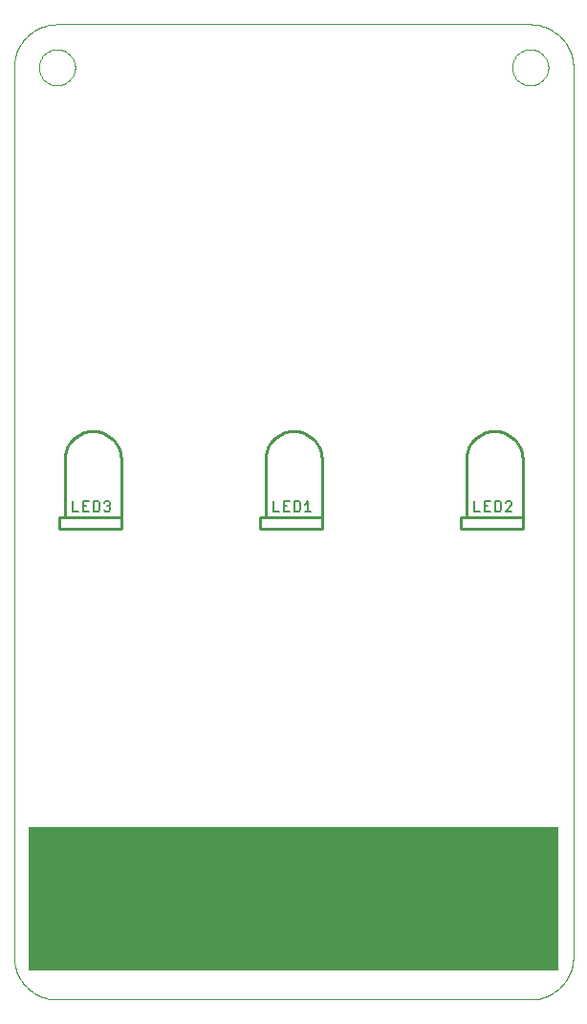
<source format=gto>
G75*
G70*
%OFA0B0*%
%FSLAX24Y24*%
%IPPOS*%
%LPD*%
%AMOC8*
5,1,8,0,0,1.08239X$1,22.5*
%
%ADD10C,0.0000*%
%ADD11R,1.8500X0.5000*%
%ADD12C,0.0100*%
%ADD13C,0.0060*%
%ADD14R,1.8218X0.0036*%
%ADD15R,1.8218X0.0036*%
%ADD16R,1.8218X0.0036*%
%ADD17R,0.0218X0.0036*%
%ADD18R,0.0218X0.0036*%
%ADD19R,0.0218X0.0036*%
%ADD20R,0.0145X0.0036*%
%ADD21R,0.0400X0.0036*%
%ADD22R,0.0146X0.0036*%
%ADD23R,0.0473X0.0036*%
%ADD24R,0.0509X0.0036*%
%ADD25R,0.0509X0.0036*%
%ADD26R,0.0510X0.0036*%
%ADD27R,0.0546X0.0036*%
%ADD28R,0.0727X0.0036*%
%ADD29R,0.0472X0.0036*%
%ADD30R,0.0727X0.0036*%
%ADD31R,0.0473X0.0036*%
%ADD32R,0.0509X0.0036*%
%ADD33R,0.0654X0.0036*%
%ADD34R,0.0509X0.0036*%
%ADD35R,0.0510X0.0036*%
%ADD36R,0.0546X0.0036*%
%ADD37R,0.0946X0.0036*%
%ADD38R,0.0945X0.0036*%
%ADD39R,0.0473X0.0036*%
%ADD40R,0.0546X0.0036*%
%ADD41R,0.0509X0.0036*%
%ADD42R,0.0728X0.0036*%
%ADD43R,0.0545X0.0036*%
%ADD44R,0.0510X0.0036*%
%ADD45R,0.1091X0.0036*%
%ADD46R,0.0727X0.0036*%
%ADD47R,0.1091X0.0036*%
%ADD48R,0.0546X0.0036*%
%ADD49R,0.0836X0.0036*%
%ADD50R,0.0545X0.0036*%
%ADD51R,0.1164X0.0036*%
%ADD52R,0.0837X0.0036*%
%ADD53R,0.0546X0.0036*%
%ADD54R,0.0909X0.0036*%
%ADD55R,0.0545X0.0036*%
%ADD56R,0.1273X0.0036*%
%ADD57R,0.0618X0.0036*%
%ADD58R,0.0982X0.0036*%
%ADD59R,0.1382X0.0036*%
%ADD60R,0.0509X0.0036*%
%ADD61R,0.0618X0.0036*%
%ADD62R,0.1018X0.0036*%
%ADD63R,0.1418X0.0036*%
%ADD64R,0.1019X0.0036*%
%ADD65R,0.1419X0.0036*%
%ADD66R,0.0618X0.0036*%
%ADD67R,0.1600X0.0036*%
%ADD68R,0.1418X0.0036*%
%ADD69R,0.1418X0.0036*%
%ADD70R,0.0691X0.0036*%
%ADD71R,0.1600X0.0036*%
%ADD72R,0.1454X0.0036*%
%ADD73R,0.1454X0.0036*%
%ADD74R,0.0691X0.0036*%
%ADD75R,0.1600X0.0036*%
%ADD76R,0.0691X0.0036*%
%ADD77R,0.0691X0.0036*%
%ADD78R,0.0582X0.0036*%
%ADD79R,0.0764X0.0036*%
%ADD80R,0.0327X0.0036*%
%ADD81R,0.0582X0.0036*%
%ADD82R,0.0764X0.0036*%
%ADD83R,0.0327X0.0036*%
%ADD84R,0.0581X0.0036*%
%ADD85R,0.0655X0.0036*%
%ADD86R,0.0254X0.0036*%
%ADD87R,0.0654X0.0036*%
%ADD88R,0.0254X0.0036*%
%ADD89R,0.0764X0.0036*%
%ADD90R,0.0582X0.0036*%
%ADD91R,0.0145X0.0036*%
%ADD92R,0.0582X0.0036*%
%ADD93R,0.0764X0.0036*%
%ADD94R,0.0109X0.0036*%
%ADD95R,0.0473X0.0036*%
%ADD96R,0.0836X0.0036*%
%ADD97R,0.0473X0.0036*%
%ADD98R,0.0836X0.0036*%
%ADD99R,0.0619X0.0036*%
%ADD100R,0.0655X0.0036*%
%ADD101R,0.0691X0.0036*%
%ADD102R,0.0436X0.0036*%
%ADD103R,0.0400X0.0036*%
%ADD104R,0.1273X0.0036*%
%ADD105R,0.0436X0.0036*%
%ADD106R,0.0581X0.0036*%
%ADD107R,0.1237X0.0036*%
%ADD108R,0.1673X0.0036*%
%ADD109R,0.1237X0.0036*%
%ADD110R,0.1673X0.0036*%
%ADD111R,0.0800X0.0036*%
%ADD112R,0.1200X0.0036*%
%ADD113R,0.0436X0.0036*%
%ADD114R,0.1164X0.0036*%
%ADD115R,0.1418X0.0036*%
%ADD116R,0.0473X0.0036*%
%ADD117R,0.1382X0.0036*%
%ADD118R,0.1164X0.0036*%
%ADD119R,0.1673X0.0036*%
%ADD120R,0.1309X0.0036*%
%ADD121R,0.1128X0.0036*%
%ADD122R,0.1309X0.0036*%
%ADD123R,0.0472X0.0036*%
%ADD124R,0.0437X0.0036*%
%ADD125R,0.1236X0.0036*%
%ADD126R,0.1128X0.0036*%
%ADD127R,0.1236X0.0036*%
%ADD128R,0.0472X0.0036*%
%ADD129R,0.0437X0.0036*%
%ADD130R,0.1164X0.0036*%
%ADD131R,0.0400X0.0036*%
%ADD132R,0.1055X0.0036*%
%ADD133R,0.1091X0.0036*%
%ADD134R,0.1054X0.0036*%
%ADD135R,0.0436X0.0036*%
%ADD136R,0.0873X0.0036*%
%ADD137R,0.1055X0.0036*%
%ADD138R,0.1273X0.0036*%
%ADD139R,0.0873X0.0036*%
%ADD140R,0.0655X0.0036*%
%ADD141R,0.0654X0.0036*%
%ADD142R,0.0437X0.0036*%
%ADD143R,0.0037X0.0036*%
%ADD144R,0.0472X0.0036*%
%ADD145R,0.0036X0.0036*%
%ADD146R,0.0110X0.0036*%
%ADD147R,0.0109X0.0036*%
%ADD148R,0.0654X0.0036*%
%ADD149R,0.0182X0.0036*%
%ADD150R,0.0728X0.0036*%
%ADD151R,0.0182X0.0036*%
%ADD152R,0.0727X0.0036*%
%ADD153R,0.0291X0.0036*%
%ADD154R,0.0546X0.0036*%
%ADD155R,0.0800X0.0036*%
%ADD156R,0.1127X0.0036*%
%ADD157R,0.0619X0.0036*%
%ADD158R,0.1127X0.0036*%
%ADD159R,0.1455X0.0036*%
%ADD160R,0.1418X0.0036*%
%ADD161R,0.1128X0.0036*%
%ADD162R,0.1127X0.0036*%
%ADD163R,0.1454X0.0036*%
%ADD164R,0.1345X0.0036*%
%ADD165R,0.0436X0.0036*%
%ADD166R,0.1454X0.0036*%
%ADD167R,0.1273X0.0036*%
%ADD168R,0.0436X0.0036*%
%ADD169R,0.0582X0.0036*%
%ADD170R,0.0582X0.0036*%
%ADD171R,0.1273X0.0036*%
%ADD172R,0.1346X0.0036*%
%ADD173R,0.1164X0.0036*%
%ADD174R,0.1236X0.0036*%
%ADD175R,0.1091X0.0036*%
%ADD176R,0.1091X0.0036*%
%ADD177R,0.0073X0.0036*%
%ADD178R,0.0946X0.0036*%
%ADD179R,0.1127X0.0036*%
%ADD180R,0.1018X0.0036*%
%ADD181R,0.0073X0.0036*%
%ADD182R,0.0873X0.0036*%
%ADD183R,0.0872X0.0036*%
%ADD184R,0.0036X0.0036*%
%ADD185R,0.0036X0.0036*%
%ADD186R,0.0072X0.0036*%
%ADD187R,0.0037X0.0036*%
%ADD188R,0.0909X0.0036*%
%ADD189R,0.0909X0.0036*%
%ADD190R,0.0873X0.0036*%
%ADD191R,0.0581X0.0036*%
%ADD192R,0.0364X0.0036*%
%ADD193R,0.0364X0.0036*%
%ADD194R,0.0728X0.0036*%
%ADD195R,0.0036X0.0036*%
%ADD196R,0.0145X0.0036*%
%ADD197R,0.0037X0.0036*%
%ADD198R,0.0909X0.0036*%
%ADD199R,0.0909X0.0036*%
%ADD200R,0.0255X0.0036*%
%ADD201R,0.0036X0.0036*%
%ADD202R,0.0909X0.0036*%
%ADD203R,0.0146X0.0036*%
%ADD204R,0.0146X0.0036*%
%ADD205R,0.0073X0.0036*%
%ADD206R,0.0073X0.0036*%
%ADD207R,0.0073X0.0036*%
%ADD208R,0.0837X0.0036*%
%ADD209R,0.0800X0.0036*%
%ADD210R,0.0764X0.0036*%
%ADD211R,0.0764X0.0036*%
%ADD212R,0.0727X0.0036*%
%ADD213R,0.0728X0.0036*%
%ADD214R,0.0654X0.0036*%
%ADD215R,0.0472X0.0036*%
%ADD216R,0.0763X0.0036*%
%ADD217R,0.0728X0.0036*%
%ADD218R,0.1200X0.0036*%
%ADD219R,0.0836X0.0036*%
%ADD220R,0.1309X0.0036*%
%ADD221R,0.0982X0.0036*%
%ADD222R,0.0981X0.0036*%
%ADD223R,0.1491X0.0036*%
%ADD224R,0.1564X0.0036*%
%ADD225R,0.1564X0.0036*%
%ADD226R,0.1564X0.0036*%
%ADD227R,0.0618X0.0036*%
%ADD228R,0.1636X0.0036*%
%ADD229R,0.0618X0.0036*%
%ADD230R,0.1709X0.0036*%
%ADD231R,0.1564X0.0036*%
%ADD232R,0.0690X0.0036*%
%ADD233R,0.0728X0.0036*%
%ADD234R,0.0619X0.0036*%
%ADD235R,0.0364X0.0036*%
%ADD236R,0.0327X0.0036*%
%ADD237R,0.0364X0.0036*%
%ADD238R,0.0872X0.0036*%
%ADD239R,0.0327X0.0036*%
%ADD240R,0.0363X0.0036*%
%ADD241R,0.0363X0.0036*%
%ADD242R,0.1382X0.0036*%
%ADD243R,0.1346X0.0036*%
%ADD244R,0.0328X0.0036*%
%ADD245R,0.1346X0.0036*%
%ADD246R,0.0328X0.0036*%
%ADD247R,0.0364X0.0036*%
%ADD248R,0.1200X0.0036*%
%ADD249R,0.0328X0.0036*%
%ADD250R,0.0364X0.0036*%
%ADD251R,0.0946X0.0036*%
%ADD252R,0.0691X0.0036*%
%ADD253R,0.0072X0.0036*%
%ADD254R,0.0363X0.0036*%
%ADD255R,0.2982X0.0036*%
%ADD256R,0.2437X0.0036*%
%ADD257R,0.2437X0.0036*%
%ADD258R,0.2437X0.0036*%
%ADD259R,0.1345X0.0036*%
%ADD260R,0.1346X0.0036*%
%ADD261R,0.1018X0.0036*%
%ADD262R,0.1309X0.0036*%
%ADD263R,0.1309X0.0036*%
%ADD264R,0.0982X0.0036*%
%ADD265R,0.1236X0.0036*%
%ADD266R,0.1127X0.0036*%
%ADD267R,0.0837X0.0036*%
%ADD268R,0.0763X0.0036*%
%ADD269R,0.0255X0.0036*%
%ADD270R,0.1709X0.0036*%
%ADD271R,0.1636X0.0036*%
%ADD272R,0.1564X0.0036*%
%ADD273R,0.0182X0.0036*%
%ADD274R,0.0291X0.0036*%
%ADD275R,0.0291X0.0036*%
%ADD276R,0.0290X0.0036*%
%ADD277R,0.0291X0.0036*%
%ADD278R,0.0290X0.0036*%
%ADD279R,0.0291X0.0036*%
%ADD280R,0.0946X0.0036*%
%ADD281R,0.0327X0.0036*%
%ADD282R,0.0290X0.0036*%
%ADD283R,0.0291X0.0036*%
%ADD284R,0.0255X0.0036*%
%ADD285R,0.1019X0.0036*%
%ADD286R,0.0146X0.0036*%
%ADD287R,0.0945X0.0036*%
%ADD288R,0.0254X0.0036*%
%ADD289R,0.0254X0.0036*%
%ADD290R,0.0109X0.0036*%
%ADD291R,0.0328X0.0036*%
%ADD292R,0.1128X0.0036*%
%ADD293R,0.1128X0.0036*%
%ADD294R,0.1128X0.0036*%
D10*
X000655Y002155D02*
X000655Y033155D01*
X001525Y033155D02*
X001527Y033205D01*
X001533Y033255D01*
X001543Y033304D01*
X001557Y033352D01*
X001574Y033399D01*
X001595Y033444D01*
X001620Y033488D01*
X001648Y033529D01*
X001680Y033568D01*
X001714Y033605D01*
X001751Y033639D01*
X001791Y033669D01*
X001833Y033696D01*
X001877Y033720D01*
X001923Y033741D01*
X001970Y033757D01*
X002018Y033770D01*
X002068Y033779D01*
X002117Y033784D01*
X002168Y033785D01*
X002218Y033782D01*
X002267Y033775D01*
X002316Y033764D01*
X002364Y033749D01*
X002410Y033731D01*
X002455Y033709D01*
X002498Y033683D01*
X002539Y033654D01*
X002578Y033622D01*
X002614Y033587D01*
X002646Y033549D01*
X002676Y033509D01*
X002703Y033466D01*
X002726Y033422D01*
X002745Y033376D01*
X002761Y033328D01*
X002773Y033279D01*
X002781Y033230D01*
X002785Y033180D01*
X002785Y033130D01*
X002781Y033080D01*
X002773Y033031D01*
X002761Y032982D01*
X002745Y032934D01*
X002726Y032888D01*
X002703Y032844D01*
X002676Y032801D01*
X002646Y032761D01*
X002614Y032723D01*
X002578Y032688D01*
X002539Y032656D01*
X002498Y032627D01*
X002455Y032601D01*
X002410Y032579D01*
X002364Y032561D01*
X002316Y032546D01*
X002267Y032535D01*
X002218Y032528D01*
X002168Y032525D01*
X002117Y032526D01*
X002068Y032531D01*
X002018Y032540D01*
X001970Y032553D01*
X001923Y032569D01*
X001877Y032590D01*
X001833Y032614D01*
X001791Y032641D01*
X001751Y032671D01*
X001714Y032705D01*
X001680Y032742D01*
X001648Y032781D01*
X001620Y032822D01*
X001595Y032866D01*
X001574Y032911D01*
X001557Y032958D01*
X001543Y033006D01*
X001533Y033055D01*
X001527Y033105D01*
X001525Y033155D01*
X000655Y033155D02*
X000657Y033231D01*
X000663Y033307D01*
X000672Y033382D01*
X000686Y033457D01*
X000703Y033531D01*
X000724Y033604D01*
X000748Y033676D01*
X000777Y033747D01*
X000808Y033816D01*
X000843Y033883D01*
X000882Y033948D01*
X000924Y034012D01*
X000969Y034073D01*
X001017Y034132D01*
X001068Y034188D01*
X001122Y034242D01*
X001178Y034293D01*
X001237Y034341D01*
X001298Y034386D01*
X001362Y034428D01*
X001427Y034467D01*
X001494Y034502D01*
X001563Y034533D01*
X001634Y034562D01*
X001706Y034586D01*
X001779Y034607D01*
X001853Y034624D01*
X001928Y034638D01*
X002003Y034647D01*
X002079Y034653D01*
X002155Y034655D01*
X018655Y034655D01*
X018025Y033155D02*
X018027Y033205D01*
X018033Y033255D01*
X018043Y033304D01*
X018057Y033352D01*
X018074Y033399D01*
X018095Y033444D01*
X018120Y033488D01*
X018148Y033529D01*
X018180Y033568D01*
X018214Y033605D01*
X018251Y033639D01*
X018291Y033669D01*
X018333Y033696D01*
X018377Y033720D01*
X018423Y033741D01*
X018470Y033757D01*
X018518Y033770D01*
X018568Y033779D01*
X018617Y033784D01*
X018668Y033785D01*
X018718Y033782D01*
X018767Y033775D01*
X018816Y033764D01*
X018864Y033749D01*
X018910Y033731D01*
X018955Y033709D01*
X018998Y033683D01*
X019039Y033654D01*
X019078Y033622D01*
X019114Y033587D01*
X019146Y033549D01*
X019176Y033509D01*
X019203Y033466D01*
X019226Y033422D01*
X019245Y033376D01*
X019261Y033328D01*
X019273Y033279D01*
X019281Y033230D01*
X019285Y033180D01*
X019285Y033130D01*
X019281Y033080D01*
X019273Y033031D01*
X019261Y032982D01*
X019245Y032934D01*
X019226Y032888D01*
X019203Y032844D01*
X019176Y032801D01*
X019146Y032761D01*
X019114Y032723D01*
X019078Y032688D01*
X019039Y032656D01*
X018998Y032627D01*
X018955Y032601D01*
X018910Y032579D01*
X018864Y032561D01*
X018816Y032546D01*
X018767Y032535D01*
X018718Y032528D01*
X018668Y032525D01*
X018617Y032526D01*
X018568Y032531D01*
X018518Y032540D01*
X018470Y032553D01*
X018423Y032569D01*
X018377Y032590D01*
X018333Y032614D01*
X018291Y032641D01*
X018251Y032671D01*
X018214Y032705D01*
X018180Y032742D01*
X018148Y032781D01*
X018120Y032822D01*
X018095Y032866D01*
X018074Y032911D01*
X018057Y032958D01*
X018043Y033006D01*
X018033Y033055D01*
X018027Y033105D01*
X018025Y033155D01*
X018655Y034655D02*
X018731Y034653D01*
X018807Y034647D01*
X018882Y034638D01*
X018957Y034624D01*
X019031Y034607D01*
X019104Y034586D01*
X019176Y034562D01*
X019247Y034533D01*
X019316Y034502D01*
X019383Y034467D01*
X019448Y034428D01*
X019512Y034386D01*
X019573Y034341D01*
X019632Y034293D01*
X019688Y034242D01*
X019742Y034188D01*
X019793Y034132D01*
X019841Y034073D01*
X019886Y034012D01*
X019928Y033948D01*
X019967Y033883D01*
X020002Y033816D01*
X020033Y033747D01*
X020062Y033676D01*
X020086Y033604D01*
X020107Y033531D01*
X020124Y033457D01*
X020138Y033382D01*
X020147Y033307D01*
X020153Y033231D01*
X020155Y033155D01*
X020155Y002155D01*
X020153Y002079D01*
X020147Y002003D01*
X020138Y001928D01*
X020124Y001853D01*
X020107Y001779D01*
X020086Y001706D01*
X020062Y001634D01*
X020033Y001563D01*
X020002Y001494D01*
X019967Y001427D01*
X019928Y001362D01*
X019886Y001298D01*
X019841Y001237D01*
X019793Y001178D01*
X019742Y001122D01*
X019688Y001068D01*
X019632Y001017D01*
X019573Y000969D01*
X019512Y000924D01*
X019448Y000882D01*
X019383Y000843D01*
X019316Y000808D01*
X019247Y000777D01*
X019176Y000748D01*
X019104Y000724D01*
X019031Y000703D01*
X018957Y000686D01*
X018882Y000672D01*
X018807Y000663D01*
X018731Y000657D01*
X018655Y000655D01*
X002155Y000655D01*
X002079Y000657D01*
X002003Y000663D01*
X001928Y000672D01*
X001853Y000686D01*
X001779Y000703D01*
X001706Y000724D01*
X001634Y000748D01*
X001563Y000777D01*
X001494Y000808D01*
X001427Y000843D01*
X001362Y000882D01*
X001298Y000924D01*
X001237Y000969D01*
X001178Y001017D01*
X001122Y001068D01*
X001068Y001122D01*
X001017Y001178D01*
X000969Y001237D01*
X000924Y001298D01*
X000882Y001362D01*
X000843Y001427D01*
X000808Y001494D01*
X000777Y001563D01*
X000748Y001634D01*
X000724Y001706D01*
X000703Y001779D01*
X000686Y001853D01*
X000672Y001928D01*
X000663Y002003D01*
X000657Y002079D01*
X000655Y002155D01*
D11*
X010405Y004155D03*
D12*
X011389Y017086D02*
X009224Y017086D01*
X009224Y017480D01*
X009421Y017480D01*
X009421Y019488D01*
X009423Y019550D01*
X009429Y019611D01*
X009438Y019672D01*
X009452Y019733D01*
X009469Y019792D01*
X009490Y019850D01*
X009515Y019907D01*
X009543Y019962D01*
X009574Y020015D01*
X009609Y020066D01*
X009647Y020115D01*
X009688Y020162D01*
X009731Y020205D01*
X009778Y020246D01*
X009827Y020284D01*
X009878Y020319D01*
X009931Y020350D01*
X009986Y020378D01*
X010043Y020403D01*
X010101Y020424D01*
X010160Y020441D01*
X010221Y020455D01*
X010282Y020464D01*
X010343Y020470D01*
X010405Y020472D01*
X010467Y020470D01*
X010528Y020464D01*
X010589Y020455D01*
X010650Y020441D01*
X010709Y020424D01*
X010767Y020403D01*
X010824Y020378D01*
X010879Y020350D01*
X010932Y020319D01*
X010983Y020284D01*
X011032Y020246D01*
X011079Y020205D01*
X011122Y020162D01*
X011163Y020115D01*
X011201Y020066D01*
X011236Y020015D01*
X011267Y019962D01*
X011295Y019907D01*
X011320Y019850D01*
X011341Y019792D01*
X011358Y019733D01*
X011372Y019672D01*
X011381Y019611D01*
X011387Y019550D01*
X011389Y019488D01*
X011389Y017480D01*
X011389Y017086D01*
X011389Y017480D02*
X009421Y017480D01*
X004389Y017480D02*
X004389Y017086D01*
X002224Y017086D01*
X002224Y017480D01*
X002421Y017480D01*
X002421Y019488D01*
X002423Y019550D01*
X002429Y019611D01*
X002438Y019672D01*
X002452Y019733D01*
X002469Y019792D01*
X002490Y019850D01*
X002515Y019907D01*
X002543Y019962D01*
X002574Y020015D01*
X002609Y020066D01*
X002647Y020115D01*
X002688Y020162D01*
X002731Y020205D01*
X002778Y020246D01*
X002827Y020284D01*
X002878Y020319D01*
X002931Y020350D01*
X002986Y020378D01*
X003043Y020403D01*
X003101Y020424D01*
X003160Y020441D01*
X003221Y020455D01*
X003282Y020464D01*
X003343Y020470D01*
X003405Y020472D01*
X003467Y020470D01*
X003528Y020464D01*
X003589Y020455D01*
X003650Y020441D01*
X003709Y020424D01*
X003767Y020403D01*
X003824Y020378D01*
X003879Y020350D01*
X003932Y020319D01*
X003983Y020284D01*
X004032Y020246D01*
X004079Y020205D01*
X004122Y020162D01*
X004163Y020115D01*
X004201Y020066D01*
X004236Y020015D01*
X004267Y019962D01*
X004295Y019907D01*
X004320Y019850D01*
X004341Y019792D01*
X004358Y019733D01*
X004372Y019672D01*
X004381Y019611D01*
X004387Y019550D01*
X004389Y019488D01*
X004389Y017480D01*
X002421Y017480D01*
X016224Y017480D02*
X016224Y017086D01*
X018389Y017086D01*
X018389Y017480D01*
X018389Y019488D01*
X018387Y019550D01*
X018381Y019611D01*
X018372Y019672D01*
X018358Y019733D01*
X018341Y019792D01*
X018320Y019850D01*
X018295Y019907D01*
X018267Y019962D01*
X018236Y020015D01*
X018201Y020066D01*
X018163Y020115D01*
X018122Y020162D01*
X018079Y020205D01*
X018032Y020246D01*
X017983Y020284D01*
X017932Y020319D01*
X017879Y020350D01*
X017824Y020378D01*
X017767Y020403D01*
X017709Y020424D01*
X017650Y020441D01*
X017589Y020455D01*
X017528Y020464D01*
X017467Y020470D01*
X017405Y020472D01*
X017343Y020470D01*
X017282Y020464D01*
X017221Y020455D01*
X017160Y020441D01*
X017101Y020424D01*
X017043Y020403D01*
X016986Y020378D01*
X016931Y020350D01*
X016878Y020319D01*
X016827Y020284D01*
X016778Y020246D01*
X016731Y020205D01*
X016688Y020162D01*
X016647Y020115D01*
X016609Y020066D01*
X016574Y020015D01*
X016543Y019962D01*
X016515Y019907D01*
X016490Y019850D01*
X016469Y019792D01*
X016452Y019733D01*
X016438Y019672D01*
X016429Y019611D01*
X016423Y019550D01*
X016421Y019488D01*
X016421Y017480D01*
X018389Y017480D01*
X016421Y017480D02*
X016224Y017480D01*
D13*
X016685Y017685D02*
X016685Y018025D01*
X016685Y017685D02*
X016912Y017685D01*
X017053Y017685D02*
X017280Y017685D01*
X017422Y017685D02*
X017592Y017685D01*
X017649Y017742D01*
X017649Y017969D01*
X017592Y018025D01*
X017422Y018025D01*
X017422Y017685D01*
X017167Y017855D02*
X017053Y017855D01*
X017053Y018025D02*
X017053Y017685D01*
X017053Y018025D02*
X017280Y018025D01*
X017790Y017969D02*
X017847Y018025D01*
X017960Y018025D01*
X018017Y017969D01*
X018017Y017912D01*
X017790Y017685D01*
X018017Y017685D01*
X011017Y017685D02*
X010790Y017685D01*
X010903Y017685D02*
X010903Y018025D01*
X010790Y017912D01*
X010649Y017969D02*
X010592Y018025D01*
X010422Y018025D01*
X010422Y017685D01*
X010592Y017685D01*
X010649Y017742D01*
X010649Y017969D01*
X010280Y018025D02*
X010053Y018025D01*
X010053Y017685D01*
X010280Y017685D01*
X010167Y017855D02*
X010053Y017855D01*
X009912Y017685D02*
X009685Y017685D01*
X009685Y018025D01*
X004017Y017969D02*
X004017Y017912D01*
X003960Y017855D01*
X004017Y017799D01*
X004017Y017742D01*
X003960Y017685D01*
X003847Y017685D01*
X003790Y017742D01*
X003649Y017742D02*
X003649Y017969D01*
X003592Y018025D01*
X003422Y018025D01*
X003422Y017685D01*
X003592Y017685D01*
X003649Y017742D01*
X003790Y017969D02*
X003847Y018025D01*
X003960Y018025D01*
X004017Y017969D01*
X003960Y017855D02*
X003903Y017855D01*
X003280Y017685D02*
X003053Y017685D01*
X003053Y018025D01*
X003280Y018025D01*
X003167Y017855D02*
X003053Y017855D01*
X002912Y017685D02*
X002685Y017685D01*
X002685Y018025D01*
D14*
X010371Y015664D03*
X010371Y009264D03*
X010371Y009155D03*
D15*
X010371Y009191D03*
X010371Y009301D03*
X010371Y015701D03*
X010371Y015810D03*
D16*
X010371Y015773D03*
X010371Y015737D03*
X010371Y015628D03*
X010371Y009337D03*
X010371Y009228D03*
D17*
X007662Y007576D03*
X001371Y009373D03*
X001371Y009482D03*
X001371Y009628D03*
X001371Y009737D03*
X001371Y009773D03*
X001371Y009882D03*
X001371Y010028D03*
X001371Y010137D03*
X001371Y010173D03*
X001371Y010282D03*
X001371Y010428D03*
X001371Y010537D03*
X001371Y010573D03*
X001371Y010682D03*
X001371Y010828D03*
X001371Y010937D03*
X001371Y010973D03*
X001371Y011082D03*
X001371Y011228D03*
X001371Y011337D03*
X001371Y011373D03*
X001371Y011482D03*
X001371Y011628D03*
X001371Y011737D03*
X001371Y011773D03*
X001371Y011882D03*
X001371Y012028D03*
X001371Y012137D03*
X001371Y012173D03*
X001371Y012282D03*
X001371Y012428D03*
X001371Y012537D03*
X001371Y012573D03*
X001371Y012682D03*
X001371Y012828D03*
X001371Y012937D03*
X001371Y012973D03*
X001371Y013082D03*
X001371Y013228D03*
X001371Y013337D03*
X001371Y013373D03*
X001371Y013482D03*
X001371Y013628D03*
X001371Y013737D03*
X001371Y013773D03*
X001371Y013882D03*
X001371Y014028D03*
X001371Y014137D03*
X001371Y014173D03*
X001371Y014282D03*
X001371Y014428D03*
X001371Y014537D03*
X001371Y014573D03*
X001371Y014682D03*
X001371Y014828D03*
X001371Y014937D03*
X001371Y014973D03*
X001371Y015082D03*
X001371Y015228D03*
X001371Y015337D03*
X001371Y015373D03*
X001371Y015482D03*
X018753Y011628D03*
X019371Y011628D03*
X019371Y011737D03*
X019371Y011773D03*
X019371Y011882D03*
X019371Y012028D03*
X019371Y012137D03*
X019371Y012173D03*
X019371Y012282D03*
X019371Y012428D03*
X019371Y012537D03*
X019371Y012573D03*
X019371Y012682D03*
X019371Y012828D03*
X019371Y012937D03*
X019371Y012973D03*
X019371Y013082D03*
X019371Y013228D03*
X019371Y013337D03*
X019371Y013373D03*
X019371Y013482D03*
X019371Y013628D03*
X019371Y013737D03*
X019371Y013773D03*
X019371Y013882D03*
X019371Y014028D03*
X019371Y014137D03*
X019371Y014173D03*
X019371Y014282D03*
X019371Y014428D03*
X019371Y014537D03*
X019371Y014573D03*
X019371Y014682D03*
X019371Y014828D03*
X019371Y014937D03*
X019371Y014973D03*
X019371Y015082D03*
X019371Y015228D03*
X019371Y015337D03*
X019371Y015373D03*
X019371Y015482D03*
X019371Y011482D03*
X019371Y011373D03*
X019371Y011337D03*
X019371Y011228D03*
X019371Y011082D03*
X019371Y010973D03*
X019371Y010937D03*
X019371Y010828D03*
X019371Y010682D03*
X019371Y010573D03*
X019371Y010537D03*
X019371Y010428D03*
X019371Y010282D03*
X019371Y010173D03*
X019371Y010137D03*
X019371Y010028D03*
X019371Y009882D03*
X019371Y009773D03*
X019371Y009737D03*
X019371Y009628D03*
X019371Y009482D03*
X019371Y009373D03*
D18*
X019371Y009410D03*
X019371Y009519D03*
X019371Y009591D03*
X019371Y009701D03*
X019371Y009810D03*
X019371Y009919D03*
X019371Y009991D03*
X019371Y010101D03*
X019371Y010210D03*
X019371Y010319D03*
X019371Y010391D03*
X019371Y010501D03*
X019371Y010610D03*
X019371Y010719D03*
X019371Y010791D03*
X019371Y010901D03*
X019371Y011010D03*
X019371Y011119D03*
X019371Y011191D03*
X019371Y011301D03*
X019371Y011410D03*
X019371Y011519D03*
X019371Y011591D03*
X019371Y011701D03*
X019371Y011810D03*
X019371Y011919D03*
X019371Y011991D03*
X019371Y012101D03*
X019371Y012210D03*
X019371Y012319D03*
X019371Y012391D03*
X019371Y012501D03*
X019371Y012610D03*
X019371Y012719D03*
X019371Y012791D03*
X019371Y012901D03*
X019371Y013010D03*
X019371Y013119D03*
X019371Y013191D03*
X019371Y013301D03*
X019371Y013410D03*
X019371Y013519D03*
X019371Y013591D03*
X019371Y013701D03*
X019371Y013810D03*
X019371Y013919D03*
X019371Y013991D03*
X019371Y014101D03*
X019371Y014210D03*
X019371Y014319D03*
X019371Y014391D03*
X019371Y014501D03*
X019371Y014610D03*
X019371Y014719D03*
X019371Y014791D03*
X019371Y014901D03*
X019371Y015010D03*
X019371Y015119D03*
X019371Y015191D03*
X019371Y015301D03*
X019371Y015410D03*
X019371Y015519D03*
X019371Y015591D03*
X018753Y011301D03*
X001371Y011301D03*
X001371Y011410D03*
X001371Y011519D03*
X001371Y011591D03*
X001371Y011701D03*
X001371Y011810D03*
X001371Y011919D03*
X001371Y011991D03*
X001371Y012101D03*
X001371Y012210D03*
X001371Y012319D03*
X001371Y012391D03*
X001371Y012501D03*
X001371Y012610D03*
X001371Y012719D03*
X001371Y012791D03*
X001371Y012901D03*
X001371Y013010D03*
X001371Y013119D03*
X001371Y013191D03*
X001371Y013301D03*
X001371Y013410D03*
X001371Y013519D03*
X001371Y013591D03*
X001371Y013701D03*
X001371Y013810D03*
X001371Y013919D03*
X001371Y013991D03*
X001371Y014101D03*
X001371Y014210D03*
X001371Y014319D03*
X001371Y014391D03*
X001371Y014501D03*
X001371Y014610D03*
X001371Y014719D03*
X001371Y014791D03*
X001371Y014901D03*
X001371Y015010D03*
X001371Y015119D03*
X001371Y015191D03*
X001371Y015301D03*
X001371Y015410D03*
X001371Y015519D03*
X001371Y015591D03*
X001371Y011191D03*
X001371Y011119D03*
X001371Y011010D03*
X001371Y010901D03*
X001371Y010791D03*
X001371Y010719D03*
X001371Y010610D03*
X001371Y010501D03*
X001371Y010391D03*
X001371Y010319D03*
X001371Y010210D03*
X001371Y010101D03*
X001371Y009991D03*
X001371Y009919D03*
X001371Y009810D03*
X001371Y009701D03*
X001371Y009591D03*
X001371Y009519D03*
X001371Y009410D03*
D19*
X001371Y009446D03*
X001371Y009555D03*
X001371Y009664D03*
X001371Y009846D03*
X001371Y009955D03*
X001371Y010064D03*
X001371Y010246D03*
X001371Y010355D03*
X001371Y010464D03*
X001371Y010646D03*
X001371Y010755D03*
X001371Y010864D03*
X001371Y011046D03*
X001371Y011155D03*
X001371Y011264D03*
X001371Y011446D03*
X001371Y011555D03*
X001371Y011664D03*
X001371Y011846D03*
X001371Y011955D03*
X001371Y012064D03*
X001371Y012246D03*
X001371Y012355D03*
X001371Y012464D03*
X001371Y012646D03*
X001371Y012755D03*
X001371Y012864D03*
X001371Y013046D03*
X001371Y013155D03*
X001371Y013264D03*
X001371Y013446D03*
X001371Y013555D03*
X001371Y013664D03*
X001371Y013846D03*
X001371Y013955D03*
X001371Y014064D03*
X001371Y014246D03*
X001371Y014355D03*
X001371Y014464D03*
X001371Y014646D03*
X001371Y014755D03*
X001371Y014864D03*
X001371Y015046D03*
X001371Y015155D03*
X001371Y015264D03*
X001371Y015446D03*
X001371Y015555D03*
X019371Y015555D03*
X019371Y015446D03*
X019371Y015264D03*
X019371Y015155D03*
X019371Y015046D03*
X019371Y014864D03*
X019371Y014755D03*
X019371Y014646D03*
X019371Y014464D03*
X019371Y014355D03*
X019371Y014246D03*
X019371Y014064D03*
X019371Y013955D03*
X019371Y013846D03*
X019371Y013664D03*
X019371Y013555D03*
X019371Y013446D03*
X019371Y013264D03*
X019371Y013155D03*
X019371Y013046D03*
X019371Y012864D03*
X019371Y012755D03*
X019371Y012646D03*
X019371Y012464D03*
X019371Y012355D03*
X019371Y012246D03*
X019371Y012064D03*
X019371Y011955D03*
X019371Y011846D03*
X019371Y011664D03*
X019371Y011555D03*
X019371Y011446D03*
X019371Y011264D03*
X019371Y011155D03*
X019371Y011046D03*
X019371Y010864D03*
X019371Y010755D03*
X019371Y010646D03*
X019371Y010464D03*
X019371Y010355D03*
X019371Y010246D03*
X019371Y010064D03*
X019371Y009955D03*
X019371Y009846D03*
X019371Y009664D03*
X019371Y009555D03*
X019371Y009446D03*
D20*
X018753Y011482D03*
X005044Y009737D03*
D21*
X004916Y011082D03*
X003607Y011337D03*
X003425Y010682D03*
X003389Y010573D03*
X003389Y010537D03*
X003353Y010428D03*
X007753Y008085D03*
X008880Y009737D03*
X010080Y013482D03*
X010116Y013628D03*
X010153Y013737D03*
X010153Y013773D03*
X010189Y013882D03*
X010225Y014028D03*
X009607Y013773D03*
X009607Y013737D03*
X009644Y013628D03*
X009389Y014537D03*
X009389Y014573D03*
X013535Y011082D03*
X017789Y009737D03*
D22*
X013662Y009737D03*
D23*
X013426Y010282D03*
X014262Y012937D03*
X013935Y013882D03*
X013899Y014028D03*
X013862Y014137D03*
X013862Y014173D03*
X013826Y014282D03*
X015244Y014282D03*
X015244Y014173D03*
X015244Y014137D03*
X015244Y014028D03*
X015244Y013882D03*
X015244Y013773D03*
X015244Y013737D03*
X015244Y013628D03*
X015244Y013482D03*
X015244Y013373D03*
X015244Y013337D03*
X015244Y013228D03*
X015244Y013082D03*
X015244Y012973D03*
X015244Y012937D03*
X015244Y014428D03*
X016735Y011373D03*
X017899Y012937D03*
X017899Y012973D03*
X017899Y013082D03*
X017899Y013228D03*
X017899Y013337D03*
X017899Y013373D03*
X017899Y013482D03*
X017899Y013628D03*
X017899Y013737D03*
X017899Y013773D03*
X017899Y013882D03*
X018299Y010973D03*
X018299Y010937D03*
X018335Y010828D03*
X011826Y012973D03*
X010735Y013482D03*
X010335Y014428D03*
X008662Y013628D03*
X008626Y013737D03*
X008626Y013773D03*
X008517Y014137D03*
X008517Y014173D03*
X008444Y014428D03*
X007899Y012973D03*
X009426Y010828D03*
X010699Y011373D03*
X008299Y008376D03*
X005062Y009773D03*
X003099Y009773D03*
X002844Y010537D03*
X002844Y010573D03*
X002735Y010828D03*
X002735Y010937D03*
X002699Y010973D03*
X002662Y011082D03*
X002626Y011228D03*
X002117Y011228D03*
X002117Y011337D03*
X002117Y011373D03*
X002117Y011082D03*
X002117Y010973D03*
X002117Y010937D03*
X002117Y010828D03*
X002117Y010682D03*
X002117Y010573D03*
X002117Y010537D03*
X002117Y010428D03*
X002117Y010282D03*
X002117Y010173D03*
X002117Y010137D03*
X002117Y010028D03*
X002117Y009882D03*
X002117Y009773D03*
D24*
X004099Y009773D03*
X004099Y009882D03*
X004099Y010028D03*
X004099Y010137D03*
X004099Y010173D03*
X004099Y010282D03*
X004099Y010428D03*
X004099Y010537D03*
X004099Y010573D03*
X004099Y010682D03*
X004099Y010828D03*
X004099Y010937D03*
X004099Y010973D03*
X004099Y011082D03*
X004099Y011228D03*
X004099Y011337D03*
X004862Y010428D03*
X005917Y010428D03*
X005917Y010537D03*
X005917Y010573D03*
X005917Y010282D03*
X005917Y010937D03*
X005917Y010973D03*
X005917Y009882D03*
X007444Y010428D03*
X007517Y010282D03*
X007662Y010028D03*
X008244Y010428D03*
X008317Y010973D03*
X007917Y012937D03*
X007844Y014137D03*
X007844Y014173D03*
X008862Y012973D03*
X010062Y011482D03*
X010062Y011373D03*
X010062Y011337D03*
X010062Y011228D03*
X010062Y010828D03*
X010062Y010682D03*
X010062Y010573D03*
X010062Y010537D03*
X010062Y010428D03*
X010062Y010282D03*
X010062Y010173D03*
X010062Y010137D03*
X010062Y010028D03*
X010062Y009882D03*
X010062Y009773D03*
X011844Y012937D03*
X012062Y011628D03*
X012062Y011482D03*
X012062Y011373D03*
X012062Y011337D03*
X012062Y011228D03*
X012062Y010682D03*
X012062Y010573D03*
X012062Y010537D03*
X012062Y010428D03*
X012062Y010282D03*
X012062Y010173D03*
X012062Y010137D03*
X012062Y010028D03*
X012062Y009882D03*
X012062Y009773D03*
X010717Y013337D03*
X010717Y013373D03*
X015299Y012137D03*
X015299Y012028D03*
X015299Y011882D03*
X015299Y011773D03*
X015299Y011737D03*
X015299Y011482D03*
X015299Y011373D03*
X015299Y011337D03*
X015299Y011228D03*
X015299Y011082D03*
X015299Y010973D03*
X015299Y010937D03*
X015299Y010828D03*
X015299Y010682D03*
X015299Y010573D03*
X015299Y010537D03*
X015299Y010428D03*
X015299Y010282D03*
X015299Y010173D03*
X015299Y010137D03*
X015299Y010028D03*
X015299Y009882D03*
X015299Y009773D03*
X016099Y009773D03*
X016099Y009882D03*
X016099Y010028D03*
X016099Y010137D03*
X016099Y010173D03*
X016099Y010282D03*
X016099Y010428D03*
X016099Y010537D03*
X016099Y010573D03*
X016099Y010682D03*
X016099Y010828D03*
X016099Y011228D03*
X016099Y011337D03*
X016099Y011373D03*
X016099Y011482D03*
X016717Y011337D03*
X018244Y011082D03*
X018644Y012937D03*
X018644Y012973D03*
X018644Y013082D03*
X018644Y013228D03*
X018644Y013337D03*
X018644Y013373D03*
X018644Y013482D03*
X018644Y013628D03*
X018644Y013737D03*
X018644Y013773D03*
X018644Y013882D03*
X018644Y014028D03*
X018644Y014137D03*
X018644Y014173D03*
X018644Y014282D03*
X018644Y014428D03*
X018644Y014537D03*
X018644Y014573D03*
X018644Y014828D03*
X018644Y014937D03*
X018644Y014973D03*
X018644Y015082D03*
X018644Y015228D03*
X017662Y014573D03*
X005844Y014682D03*
X005844Y014828D03*
X005844Y014937D03*
X005844Y014973D03*
X005844Y015082D03*
X005844Y014173D03*
X005844Y014137D03*
X005844Y014028D03*
X005844Y013882D03*
X005844Y013773D03*
X005844Y013737D03*
X005844Y013628D03*
X005844Y013482D03*
X005844Y013373D03*
X004644Y013373D03*
X004644Y013482D03*
X004644Y013628D03*
X004644Y013737D03*
X004644Y013773D03*
X004644Y013882D03*
X004644Y014028D03*
X004644Y014137D03*
X004644Y014173D03*
X004644Y014682D03*
X004644Y014828D03*
X004644Y014937D03*
X004644Y014973D03*
X004644Y015082D03*
X003844Y014173D03*
X003844Y014137D03*
X003844Y014028D03*
D25*
X003808Y014282D03*
X003808Y013773D03*
X003808Y013737D03*
X003771Y013628D03*
X002171Y013737D03*
X002135Y013882D03*
X002135Y014028D03*
X002135Y014137D03*
X002135Y014173D03*
X002135Y014282D03*
X002171Y014428D03*
X002208Y014537D03*
X005953Y009773D03*
X006790Y013337D03*
X006790Y013373D03*
X008390Y014573D03*
X008426Y014537D03*
X009335Y011082D03*
X011771Y014137D03*
X011771Y014173D03*
X011808Y014028D03*
X011808Y013628D03*
X011808Y013482D03*
X011808Y013373D03*
X011808Y013082D03*
X014535Y010973D03*
X014535Y010937D03*
X014535Y010573D03*
X014535Y010537D03*
X014535Y010428D03*
X014535Y010282D03*
X014535Y009882D03*
X014571Y009773D03*
X016026Y012937D03*
X016026Y012973D03*
X016026Y013082D03*
X016026Y013228D03*
X016026Y013337D03*
X016026Y013373D03*
X016026Y013482D03*
X016026Y013628D03*
X016026Y013737D03*
X016026Y013773D03*
X016026Y013882D03*
X016026Y014028D03*
X016026Y014137D03*
X016026Y014173D03*
X016026Y014282D03*
X016026Y014428D03*
X016026Y014537D03*
X016026Y014573D03*
X016026Y014828D03*
X016026Y014937D03*
X016026Y014973D03*
X016026Y015082D03*
X016026Y015228D03*
X016826Y014028D03*
X017226Y010973D03*
X017153Y010428D03*
D26*
X017880Y014028D03*
X013480Y010428D03*
X010680Y011337D03*
X009880Y012937D03*
X009880Y012973D03*
X007880Y013082D03*
X007880Y013373D03*
X007880Y013482D03*
X007880Y013628D03*
X007880Y014028D03*
X006680Y012137D03*
X006680Y012028D03*
X006680Y011882D03*
X006680Y011773D03*
X006680Y011737D03*
X006680Y011628D03*
X006680Y011482D03*
X006680Y011373D03*
X006680Y011337D03*
X006680Y011228D03*
X006680Y011082D03*
X006680Y010973D03*
X006680Y010937D03*
X006680Y010173D03*
X006680Y010137D03*
X006680Y010028D03*
X006680Y009882D03*
X006680Y009773D03*
D27*
X007571Y010173D03*
X007789Y009773D03*
X008371Y011082D03*
X009389Y014282D03*
X003789Y014428D03*
X002189Y013628D03*
X017171Y010828D03*
X017789Y011482D03*
D28*
X016935Y014173D03*
X015117Y015082D03*
X013444Y015082D03*
X011699Y007976D03*
X011699Y007831D03*
X008899Y009773D03*
X008862Y013337D03*
X008862Y013373D03*
X006135Y012937D03*
X004935Y012937D03*
X002426Y014828D03*
X002244Y012028D03*
D29*
X002880Y010428D03*
X008480Y014282D03*
X008880Y012937D03*
X013680Y009773D03*
D30*
X011008Y012973D03*
X017808Y009773D03*
D31*
X018226Y010101D03*
X018335Y010791D03*
X017899Y012901D03*
X017899Y013010D03*
X017899Y013119D03*
X017899Y013191D03*
X017899Y013301D03*
X017899Y013410D03*
X017899Y013519D03*
X017899Y013591D03*
X017899Y013701D03*
X017899Y013810D03*
X017899Y013919D03*
X015244Y013919D03*
X015244Y013991D03*
X015244Y014101D03*
X015244Y014210D03*
X015244Y014319D03*
X015244Y014391D03*
X015244Y013810D03*
X015244Y013701D03*
X015244Y013591D03*
X015244Y013519D03*
X015244Y013410D03*
X015244Y013301D03*
X015244Y013191D03*
X015244Y013119D03*
X015244Y013010D03*
X015244Y012901D03*
X014262Y012901D03*
X013935Y013919D03*
X013899Y013991D03*
X013862Y014101D03*
X013426Y010319D03*
X010735Y013410D03*
X009862Y012901D03*
X008662Y013591D03*
X008626Y013701D03*
X007062Y012901D03*
X009426Y010791D03*
X009317Y010101D03*
X007826Y008049D03*
X003099Y009810D03*
X002844Y010501D03*
X002735Y010901D03*
X002699Y011010D03*
X002662Y011119D03*
X002117Y011119D03*
X002117Y011191D03*
X002117Y011301D03*
X002117Y011010D03*
X002117Y010901D03*
X002117Y010791D03*
X002117Y010719D03*
X002117Y010610D03*
X002117Y010501D03*
X002117Y010391D03*
X002117Y010319D03*
X002117Y010210D03*
X002117Y010101D03*
X002117Y009991D03*
X002117Y009919D03*
X002117Y009810D03*
D32*
X004099Y009810D03*
X004099Y009919D03*
X004099Y009991D03*
X004099Y010101D03*
X004099Y010210D03*
X004099Y010319D03*
X004099Y010391D03*
X004099Y010501D03*
X004099Y010610D03*
X004099Y010719D03*
X004099Y010791D03*
X004099Y010901D03*
X004099Y011010D03*
X004099Y011119D03*
X004099Y011191D03*
X004099Y011301D03*
X004644Y013410D03*
X004644Y013519D03*
X004644Y013591D03*
X004644Y013701D03*
X004644Y013810D03*
X004644Y013919D03*
X004644Y013991D03*
X004644Y014101D03*
X004644Y014610D03*
X004644Y014719D03*
X004644Y014791D03*
X004644Y014901D03*
X004644Y015010D03*
X004644Y015119D03*
X003844Y014210D03*
X003844Y014101D03*
X003844Y013991D03*
X003844Y013919D03*
X005844Y013919D03*
X005844Y013991D03*
X005844Y014101D03*
X005844Y013810D03*
X005844Y013701D03*
X005844Y013591D03*
X005844Y013519D03*
X005844Y013410D03*
X005844Y014610D03*
X005844Y014719D03*
X005844Y014791D03*
X005844Y014901D03*
X005844Y015010D03*
X005844Y015119D03*
X007917Y012901D03*
X008499Y014210D03*
X008462Y014319D03*
X008462Y014391D03*
X010062Y011410D03*
X010062Y011301D03*
X010062Y010791D03*
X010062Y010719D03*
X010062Y010610D03*
X010062Y010501D03*
X010062Y010391D03*
X010062Y010319D03*
X010062Y010210D03*
X010062Y010101D03*
X010062Y009991D03*
X010062Y009919D03*
X010062Y009810D03*
X008062Y007249D03*
X005917Y009919D03*
X005917Y009991D03*
X005917Y010319D03*
X005917Y010391D03*
X005917Y010501D03*
X005917Y010901D03*
X005917Y011010D03*
X011844Y012901D03*
X012062Y011701D03*
X012062Y011591D03*
X012062Y011519D03*
X012062Y011410D03*
X012062Y011301D03*
X012062Y011191D03*
X012062Y010610D03*
X012062Y010501D03*
X012062Y010391D03*
X012062Y010319D03*
X012062Y010210D03*
X012062Y010101D03*
X012062Y009991D03*
X012062Y009919D03*
X012062Y009810D03*
X013444Y010391D03*
X015299Y010391D03*
X015299Y010319D03*
X015299Y010210D03*
X015299Y010101D03*
X015299Y009991D03*
X015299Y009919D03*
X015299Y009810D03*
X015299Y010501D03*
X015299Y010610D03*
X015299Y010719D03*
X015299Y010791D03*
X015299Y010901D03*
X015299Y011010D03*
X015299Y011119D03*
X015299Y011191D03*
X015299Y011301D03*
X015299Y011410D03*
X015299Y011810D03*
X015299Y011919D03*
X015299Y011991D03*
X015299Y012101D03*
X016099Y011410D03*
X016099Y011301D03*
X016099Y010791D03*
X016099Y010719D03*
X016099Y010610D03*
X016099Y010501D03*
X016099Y010391D03*
X016099Y010319D03*
X016099Y010210D03*
X016099Y010101D03*
X016099Y009991D03*
X016099Y009919D03*
X016099Y009810D03*
X018644Y012901D03*
X018644Y013010D03*
X018644Y013119D03*
X018644Y013191D03*
X018644Y013301D03*
X018644Y013410D03*
X018644Y013519D03*
X018644Y013591D03*
X018644Y013701D03*
X018644Y013810D03*
X018644Y013919D03*
X018644Y013991D03*
X018644Y014101D03*
X018644Y014210D03*
X018644Y014319D03*
X018644Y014391D03*
X018644Y014501D03*
X018644Y014901D03*
X018644Y015010D03*
X018644Y015119D03*
X018644Y015191D03*
D33*
X013698Y009810D03*
X009880Y013191D03*
X005080Y009810D03*
D34*
X004826Y010391D03*
X005953Y009810D03*
X006826Y013519D03*
X008535Y014101D03*
X008426Y014501D03*
X010753Y013519D03*
X011808Y013519D03*
X011808Y013591D03*
X011808Y013701D03*
X011808Y013991D03*
X011808Y014101D03*
X011808Y013410D03*
X011808Y013010D03*
X014535Y011010D03*
X014535Y010901D03*
X014535Y010501D03*
X014535Y010391D03*
X014535Y010319D03*
X014535Y009991D03*
X014535Y009919D03*
X014571Y009810D03*
X016026Y012901D03*
X016026Y013010D03*
X016026Y013119D03*
X016026Y013191D03*
X016026Y013301D03*
X016026Y013410D03*
X016026Y013519D03*
X016026Y013591D03*
X016026Y013701D03*
X016026Y013810D03*
X016026Y013919D03*
X016026Y013991D03*
X016026Y014101D03*
X016026Y014210D03*
X016026Y014319D03*
X016026Y014391D03*
X016026Y014501D03*
X016026Y014901D03*
X016026Y015010D03*
X016026Y015119D03*
X016026Y015191D03*
X017190Y010901D03*
X017190Y010391D03*
X017190Y010319D03*
X010535Y008267D03*
X003808Y013810D03*
X003808Y014319D03*
X003808Y014391D03*
X003771Y014501D03*
X002171Y014391D03*
X002135Y014319D03*
X002135Y014210D03*
X002135Y014101D03*
X002135Y013991D03*
X002135Y013919D03*
X002135Y013810D03*
X002171Y013701D03*
X002208Y013591D03*
D35*
X006680Y012101D03*
X006680Y011991D03*
X006680Y011919D03*
X006680Y011810D03*
X006680Y011701D03*
X006680Y011591D03*
X006680Y011519D03*
X006680Y011410D03*
X006680Y011301D03*
X006680Y011191D03*
X006680Y011119D03*
X006680Y011010D03*
X006680Y010901D03*
X006680Y010210D03*
X006680Y010101D03*
X006680Y009991D03*
X006680Y009919D03*
X006680Y009810D03*
X008280Y010319D03*
X008280Y010391D03*
X008280Y010901D03*
X007880Y013010D03*
X007880Y013410D03*
X007880Y013519D03*
X007880Y013591D03*
X007880Y013701D03*
X007880Y013991D03*
X007880Y014101D03*
X017880Y014101D03*
X017880Y013991D03*
D36*
X018189Y011119D03*
X017171Y010791D03*
X009389Y014319D03*
X007571Y010210D03*
X007789Y009810D03*
X004989Y011119D03*
X003789Y013701D03*
X002189Y014501D03*
D37*
X003880Y011410D03*
X007662Y013919D03*
X008898Y009810D03*
D38*
X010535Y007649D03*
X017808Y009810D03*
X002353Y011410D03*
D39*
X002117Y011264D03*
X002117Y011155D03*
X002117Y011046D03*
X002117Y010864D03*
X002117Y010755D03*
X002117Y010646D03*
X002117Y010464D03*
X002117Y010355D03*
X002117Y010246D03*
X002117Y010064D03*
X002117Y009955D03*
X002117Y009846D03*
X002735Y010864D03*
X002699Y011046D03*
X002662Y011155D03*
X002626Y011264D03*
X010735Y013446D03*
X013826Y014246D03*
X014044Y013555D03*
X015244Y013555D03*
X015244Y013446D03*
X015244Y013264D03*
X015244Y013155D03*
X015244Y013046D03*
X015244Y013664D03*
X015244Y013846D03*
X015244Y013955D03*
X015244Y014064D03*
X015244Y014246D03*
X015244Y014355D03*
X015244Y014464D03*
X017899Y013846D03*
X017899Y013664D03*
X017899Y013555D03*
X017899Y013446D03*
X017899Y013264D03*
X017899Y013155D03*
X017899Y013046D03*
X018262Y011046D03*
D40*
X014262Y013046D03*
X013498Y010464D03*
X010080Y010864D03*
X008880Y013046D03*
X007462Y011155D03*
X006698Y010246D03*
X005898Y010246D03*
X004880Y010464D03*
X003098Y009846D03*
X003680Y013446D03*
X002262Y014646D03*
X008298Y007794D03*
D41*
X007699Y009955D03*
X008317Y010246D03*
X008244Y010464D03*
X010062Y010464D03*
X010062Y010355D03*
X010062Y010246D03*
X010062Y010064D03*
X010062Y009955D03*
X010062Y009846D03*
X010062Y010646D03*
X010062Y010755D03*
X010062Y011264D03*
X010062Y011446D03*
X008499Y014246D03*
X008462Y014355D03*
X006862Y013555D03*
X005844Y013555D03*
X005844Y013446D03*
X005844Y013664D03*
X005844Y013846D03*
X005844Y013955D03*
X005844Y014064D03*
X005844Y014646D03*
X005844Y014755D03*
X005844Y014864D03*
X005844Y015046D03*
X005844Y015155D03*
X004644Y015155D03*
X004644Y015046D03*
X004644Y014864D03*
X004644Y014755D03*
X004644Y014646D03*
X004644Y014064D03*
X004644Y013955D03*
X004644Y013846D03*
X004644Y013664D03*
X004644Y013555D03*
X004644Y013446D03*
X003844Y013955D03*
X003844Y014064D03*
X004099Y011264D03*
X004099Y011155D03*
X004099Y011046D03*
X004099Y010864D03*
X004099Y010755D03*
X004099Y010646D03*
X004099Y010464D03*
X004099Y010355D03*
X004099Y010246D03*
X004099Y010064D03*
X004099Y009955D03*
X004099Y009846D03*
X005917Y009955D03*
X005917Y010355D03*
X005917Y010464D03*
X012062Y010464D03*
X012062Y010355D03*
X012062Y010246D03*
X012062Y010064D03*
X012062Y009955D03*
X012062Y009846D03*
X012062Y010646D03*
X012062Y011155D03*
X012062Y011264D03*
X012062Y011446D03*
X012062Y011555D03*
X012062Y011664D03*
X013444Y010355D03*
X013444Y010246D03*
X014499Y011046D03*
X015299Y011046D03*
X015299Y011155D03*
X015299Y011264D03*
X015299Y011446D03*
X015299Y011846D03*
X015299Y011955D03*
X015299Y012064D03*
X016099Y011446D03*
X016099Y011264D03*
X016099Y010755D03*
X016099Y010646D03*
X016099Y010464D03*
X016099Y010355D03*
X016099Y010246D03*
X016099Y010064D03*
X016099Y009955D03*
X016099Y009846D03*
X015299Y009846D03*
X015299Y009955D03*
X015299Y010064D03*
X015299Y010246D03*
X015299Y010355D03*
X015299Y010464D03*
X015299Y010646D03*
X015299Y010755D03*
X015299Y010864D03*
X018644Y013046D03*
X018644Y013155D03*
X018644Y013264D03*
X018644Y013446D03*
X018644Y013555D03*
X018644Y013664D03*
X018644Y013846D03*
X018644Y013955D03*
X018644Y014064D03*
X018644Y014246D03*
X018644Y014355D03*
X018644Y014464D03*
X018644Y014864D03*
X018644Y015046D03*
X018644Y015155D03*
D42*
X005080Y009846D03*
D43*
X005935Y009846D03*
X007535Y010246D03*
X007644Y010064D03*
X007753Y009846D03*
X008335Y011046D03*
X003753Y013555D03*
X002226Y013555D03*
X002153Y014355D03*
X014517Y010246D03*
X014553Y009846D03*
X016117Y010864D03*
X017244Y011046D03*
X016844Y014064D03*
D44*
X017880Y014064D03*
X017880Y013955D03*
X008280Y010864D03*
X008280Y010355D03*
X007480Y010355D03*
X006680Y010064D03*
X006680Y009955D03*
X006680Y009846D03*
X006680Y010864D03*
X006680Y011046D03*
X006680Y011155D03*
X006680Y011264D03*
X006680Y011446D03*
X006680Y011555D03*
X006680Y011664D03*
X006680Y011846D03*
X006680Y011955D03*
X006680Y012064D03*
X005880Y011046D03*
X007880Y013046D03*
X007880Y013446D03*
X007880Y013555D03*
X007880Y013664D03*
X007880Y014064D03*
D45*
X008899Y009846D03*
D46*
X008862Y011446D03*
X008099Y007903D03*
X011699Y007903D03*
X011699Y007794D03*
X013699Y009846D03*
X011699Y013264D03*
X013444Y015046D03*
X015117Y015155D03*
X002244Y012064D03*
D47*
X002971Y015155D03*
X006971Y010755D03*
X017808Y009846D03*
D48*
X017280Y011082D03*
X017862Y014137D03*
X014480Y011082D03*
X014262Y012973D03*
X008880Y011482D03*
X008298Y010937D03*
X008262Y010828D03*
X008298Y010282D03*
X007280Y010937D03*
X006698Y010282D03*
X005862Y011082D03*
X005862Y013337D03*
X004662Y013337D03*
X003680Y014682D03*
X002262Y013482D03*
X003098Y009882D03*
D49*
X003098Y010282D03*
X002298Y011737D03*
X005098Y009882D03*
X013498Y014682D03*
X014262Y013482D03*
D50*
X017208Y010937D03*
X017208Y010282D03*
X010553Y008231D03*
X007753Y009882D03*
X007608Y010137D03*
X007317Y010973D03*
X007426Y011082D03*
X007535Y011228D03*
X007644Y011337D03*
X007753Y011482D03*
X003826Y013882D03*
X003753Y014537D03*
X003753Y014573D03*
X002226Y014573D03*
X002153Y013773D03*
D51*
X008898Y009882D03*
X017807Y009882D03*
D52*
X013717Y009882D03*
X003935Y011737D03*
X003935Y011773D03*
D53*
X004662Y013301D03*
X004662Y014210D03*
X005862Y014210D03*
X005862Y013301D03*
X006880Y013591D03*
X007498Y011191D03*
X007462Y011119D03*
X007462Y010391D03*
X007498Y010319D03*
X007680Y009991D03*
X008262Y010791D03*
X009280Y011119D03*
X008880Y013010D03*
X009862Y013010D03*
X010662Y011301D03*
X012080Y010719D03*
X014262Y013010D03*
X016698Y011301D03*
X003098Y009919D03*
D54*
X003099Y010391D03*
X003899Y011519D03*
X005099Y009919D03*
X013717Y009919D03*
D55*
X013426Y010210D03*
X013608Y011119D03*
X011753Y014210D03*
X010808Y013591D03*
X010735Y013301D03*
X008335Y011010D03*
X007608Y011301D03*
X007353Y011010D03*
X007244Y010901D03*
X007608Y010101D03*
X007717Y009919D03*
X008335Y010210D03*
X006808Y013301D03*
X007826Y014210D03*
X004808Y010210D03*
X003717Y013519D03*
X003753Y013591D03*
X003717Y014610D03*
X002226Y014610D03*
X002226Y013519D03*
X017244Y011010D03*
X017244Y010210D03*
D56*
X017826Y009919D03*
X012444Y010791D03*
X012444Y010901D03*
X012444Y011010D03*
X012444Y011119D03*
X011426Y013810D03*
X008917Y009919D03*
X007499Y013810D03*
D57*
X009862Y013155D03*
X007898Y008012D03*
X003098Y009955D03*
X014262Y013155D03*
D58*
X013716Y009955D03*
X010553Y007612D03*
X005098Y009955D03*
D59*
X005371Y011264D03*
X008898Y009955D03*
X014098Y010646D03*
X013989Y011264D03*
X017807Y009955D03*
D60*
X017226Y010246D03*
X017190Y010355D03*
X017153Y010464D03*
X017190Y010864D03*
X016026Y013046D03*
X016026Y013155D03*
X016026Y013264D03*
X016026Y013446D03*
X016026Y013555D03*
X016026Y013664D03*
X016026Y013846D03*
X016026Y013955D03*
X016026Y014064D03*
X016026Y014246D03*
X016026Y014355D03*
X016026Y014464D03*
X016026Y014864D03*
X016026Y015046D03*
X016026Y015155D03*
X014535Y010464D03*
X014535Y010355D03*
X014535Y009955D03*
X011808Y013046D03*
X011808Y013446D03*
X011808Y013555D03*
X011808Y013664D03*
X011808Y014064D03*
X010790Y013555D03*
X009408Y014355D03*
X008535Y014064D03*
X008571Y013955D03*
X008426Y014464D03*
X007226Y010864D03*
X004826Y010355D03*
X004826Y010246D03*
X003808Y013846D03*
X003808Y014355D03*
X002971Y015264D03*
X002135Y014246D03*
X002135Y014064D03*
X002135Y013955D03*
X002135Y013846D03*
X010535Y008303D03*
D61*
X008407Y011119D03*
X009389Y014101D03*
X011753Y013301D03*
X014262Y013119D03*
X014444Y011119D03*
X017316Y011119D03*
X003098Y009991D03*
D62*
X005116Y009991D03*
X005444Y011410D03*
X007407Y014501D03*
X014062Y011410D03*
D63*
X008916Y009991D03*
X007353Y014319D03*
X005462Y010610D03*
D64*
X010535Y007540D03*
X013735Y009991D03*
X011335Y014501D03*
D65*
X017826Y009991D03*
D66*
X016153Y010937D03*
X014262Y013082D03*
X010989Y012937D03*
X010116Y010937D03*
X009389Y014137D03*
X009389Y014173D03*
X007062Y012937D03*
X003098Y010028D03*
X002371Y013337D03*
X017644Y014537D03*
D67*
X013989Y010028D03*
X012607Y011737D03*
X012607Y011773D03*
X012607Y011882D03*
X012607Y012028D03*
X012607Y012137D03*
X005371Y010028D03*
D68*
X008880Y010028D03*
X011280Y014282D03*
D69*
X007353Y014282D03*
X002989Y013082D03*
X017789Y010028D03*
D70*
X014262Y013264D03*
X003099Y010064D03*
D71*
X005371Y010064D03*
X012607Y011846D03*
X012607Y011955D03*
X012607Y012064D03*
X013989Y010064D03*
D72*
X008862Y010064D03*
D73*
X017771Y010064D03*
D74*
X014262Y013191D03*
X008444Y010101D03*
X003099Y010101D03*
D75*
X005371Y010101D03*
X012607Y011810D03*
X012607Y011919D03*
X012607Y011991D03*
X012607Y012101D03*
X013989Y010101D03*
D76*
X012771Y007940D03*
X012771Y007867D03*
X009390Y013991D03*
X008153Y007867D03*
X003535Y013301D03*
X013426Y015191D03*
X017353Y010101D03*
D77*
X014262Y013228D03*
X008044Y008521D03*
X003099Y010137D03*
D78*
X004862Y010137D03*
X003698Y013482D03*
X007662Y011373D03*
X008353Y010173D03*
X008389Y010137D03*
X008862Y013082D03*
X007844Y013337D03*
X010644Y011228D03*
X011771Y013337D03*
X010862Y013628D03*
X013444Y010173D03*
X017262Y010173D03*
X017298Y010137D03*
X017844Y014173D03*
D79*
X005789Y010137D03*
X003971Y012028D03*
X002989Y015228D03*
D80*
X008408Y007721D03*
X009353Y010137D03*
D81*
X009880Y013082D03*
X013480Y010137D03*
X016680Y011228D03*
X002280Y014682D03*
D82*
X003098Y010173D03*
X013462Y014937D03*
X013462Y014973D03*
X014262Y013373D03*
X014262Y013337D03*
X015098Y014973D03*
X014407Y010137D03*
D83*
X018262Y010137D03*
X009099Y013482D03*
X009135Y013628D03*
X007717Y008121D03*
X008444Y007685D03*
D84*
X006935Y013628D03*
X004826Y010173D03*
X003626Y013373D03*
D85*
X005008Y010537D03*
X005844Y010173D03*
X010135Y010973D03*
X013626Y010537D03*
D86*
X010371Y008121D03*
X009389Y010173D03*
D87*
X008062Y007285D03*
X005480Y011482D03*
X008862Y013228D03*
X009880Y013228D03*
X014098Y011482D03*
X014462Y010173D03*
X016898Y014137D03*
D88*
X018298Y010173D03*
X010298Y007976D03*
X010262Y007831D03*
X010080Y007321D03*
X007680Y008231D03*
X006880Y014137D03*
D89*
X003098Y010210D03*
X002262Y011919D03*
X002262Y011991D03*
X013462Y015010D03*
X014262Y013301D03*
X015098Y015010D03*
D90*
X009880Y013119D03*
X005880Y010210D03*
D91*
X009408Y010210D03*
X018317Y010210D03*
D92*
X016862Y014101D03*
X014498Y010210D03*
X013553Y010501D03*
X010098Y010901D03*
X008862Y013119D03*
X009407Y014210D03*
X007698Y011410D03*
X006716Y010319D03*
X003662Y013410D03*
X003662Y014719D03*
X002316Y014719D03*
X002316Y013410D03*
D93*
X002480Y013264D03*
X002262Y011955D03*
X003098Y010246D03*
X003462Y013264D03*
X007753Y013955D03*
X011680Y013955D03*
X015098Y015046D03*
D94*
X018335Y010246D03*
X010953Y012864D03*
X009426Y010246D03*
X007026Y012864D03*
D95*
X006808Y013482D03*
X008553Y014028D03*
X004808Y010282D03*
X002808Y010682D03*
X016808Y012937D03*
X016808Y012973D03*
X016808Y013082D03*
X016808Y013228D03*
X016808Y013337D03*
X016808Y013373D03*
X016808Y013482D03*
X016808Y013628D03*
X016808Y013737D03*
X016808Y013773D03*
X016808Y013882D03*
X016808Y014428D03*
X016808Y014537D03*
X016808Y014573D03*
D96*
X015062Y014719D03*
X015062Y014791D03*
X014262Y013410D03*
X013498Y014719D03*
X007062Y013010D03*
X003098Y010319D03*
X002298Y011701D03*
D97*
X002808Y010610D03*
X004808Y010319D03*
X006808Y013410D03*
X006953Y014210D03*
X008553Y013991D03*
X010553Y008340D03*
X014008Y013701D03*
X016808Y013701D03*
X016808Y013810D03*
X016808Y013919D03*
X016808Y013991D03*
X016808Y013591D03*
X016808Y013519D03*
X016808Y013410D03*
X016808Y013301D03*
X016808Y013191D03*
X016808Y013119D03*
X016808Y013010D03*
X016808Y012901D03*
X016808Y014391D03*
X016808Y014501D03*
D98*
X015062Y014755D03*
X014262Y013446D03*
X013498Y014755D03*
X006080Y013046D03*
X004880Y013046D03*
X003098Y010355D03*
X002298Y011664D03*
D99*
X002335Y014755D03*
X006735Y010355D03*
D100*
X006753Y010391D03*
X002426Y013301D03*
D101*
X002226Y012137D03*
X003535Y014828D03*
X006771Y010428D03*
X007971Y007976D03*
X009390Y014028D03*
X011353Y014573D03*
X013426Y015228D03*
X015135Y015228D03*
X012771Y007976D03*
X012771Y007831D03*
X007426Y014573D03*
D102*
X008680Y013555D03*
X010207Y013955D03*
X010280Y014246D03*
X010353Y014464D03*
X009407Y010864D03*
X013298Y013046D03*
X013298Y013155D03*
X013298Y013264D03*
X013298Y013446D03*
X013298Y013555D03*
X013298Y013664D03*
X013298Y013846D03*
X013298Y013955D03*
X013298Y014064D03*
X013298Y014246D03*
X013298Y014355D03*
X013298Y014464D03*
X013807Y014355D03*
X013880Y014064D03*
X013953Y013846D03*
X003553Y011155D03*
X003480Y010864D03*
X003407Y010646D03*
X002862Y010464D03*
D103*
X003353Y010464D03*
X003535Y011046D03*
X010116Y013555D03*
X014516Y013555D03*
X014553Y013664D03*
X014589Y013846D03*
X014625Y013955D03*
X014662Y014064D03*
X014735Y014355D03*
X014771Y014464D03*
D104*
X012444Y011046D03*
X012444Y010864D03*
X012444Y010755D03*
X008844Y011264D03*
X007062Y010464D03*
D105*
X009371Y011010D03*
X010171Y013810D03*
X003371Y010501D03*
D106*
X004935Y010501D03*
X008026Y008558D03*
X016135Y010901D03*
D107*
X007044Y010501D03*
D108*
X008826Y010501D03*
X008826Y010610D03*
X008826Y010719D03*
X017735Y010719D03*
X017735Y010610D03*
X017735Y010501D03*
D109*
X014026Y011337D03*
X007044Y010537D03*
D110*
X008826Y010537D03*
X008826Y010573D03*
X008826Y010682D03*
X017735Y010682D03*
X017735Y010573D03*
X017735Y010537D03*
D111*
X015080Y014828D03*
X015080Y014937D03*
X013480Y014828D03*
X013698Y010573D03*
X008025Y008485D03*
X008062Y007321D03*
X005080Y010573D03*
X003953Y011882D03*
X002280Y011882D03*
X002280Y011773D03*
D112*
X007025Y010573D03*
D113*
X008353Y007758D03*
X009407Y010901D03*
X008680Y013519D03*
X008607Y013810D03*
X009407Y014501D03*
X010280Y014210D03*
X010207Y013991D03*
X010207Y013919D03*
X010353Y014501D03*
X013298Y014391D03*
X013298Y014319D03*
X013298Y014210D03*
X013298Y014101D03*
X013298Y013991D03*
X013298Y013919D03*
X013298Y013810D03*
X013298Y013701D03*
X013298Y013591D03*
X013298Y013519D03*
X013298Y013410D03*
X013298Y013301D03*
X013298Y013191D03*
X013298Y013119D03*
X013298Y013010D03*
X013298Y012901D03*
X013807Y014319D03*
X014680Y014101D03*
X014753Y014391D03*
X018280Y011010D03*
X003553Y011119D03*
X003480Y010901D03*
X003407Y010610D03*
X002607Y011301D03*
D114*
X007007Y010610D03*
X008862Y011301D03*
D115*
X011280Y014319D03*
X014080Y010610D03*
D116*
X014008Y013664D03*
X016808Y013664D03*
X016808Y013555D03*
X016808Y013446D03*
X016808Y013264D03*
X016808Y013155D03*
X016808Y013046D03*
X016808Y013846D03*
X016808Y013955D03*
X016808Y014355D03*
X016808Y014464D03*
X009353Y011046D03*
X006808Y013446D03*
X002808Y010646D03*
D117*
X005480Y010646D03*
D118*
X007007Y010646D03*
X014207Y010755D03*
D119*
X017735Y010755D03*
X017735Y010646D03*
X008826Y010646D03*
X008826Y010755D03*
D120*
X005517Y010682D03*
D121*
X006989Y010682D03*
X010371Y011082D03*
D122*
X014135Y010682D03*
X002971Y015082D03*
D123*
X002771Y010791D03*
X002771Y010719D03*
X008589Y013919D03*
X009389Y014391D03*
X010989Y012901D03*
X013789Y014391D03*
X013971Y013810D03*
D124*
X014026Y013591D03*
X013844Y014210D03*
X014644Y013991D03*
X018317Y010901D03*
X010135Y013701D03*
X010244Y014101D03*
X010317Y014319D03*
X010317Y014391D03*
X003517Y011010D03*
X003444Y010719D03*
X002644Y011191D03*
D125*
X005553Y010719D03*
D126*
X006989Y010719D03*
X010371Y011119D03*
X010371Y011191D03*
D127*
X014171Y010719D03*
D128*
X009389Y014464D03*
X008589Y013846D03*
X002989Y012864D03*
X002771Y010755D03*
D129*
X003444Y010755D03*
X008644Y013664D03*
X010135Y013664D03*
X010244Y014064D03*
X010317Y014355D03*
X010535Y008412D03*
X013917Y013955D03*
X014717Y014246D03*
X018317Y010864D03*
D130*
X005589Y010755D03*
D131*
X003607Y011301D03*
X003571Y011191D03*
X003462Y010791D03*
X007716Y007467D03*
X008371Y008340D03*
X010735Y011410D03*
X010080Y013519D03*
X010116Y013591D03*
X009644Y013591D03*
X014516Y013591D03*
X014553Y013701D03*
X014589Y013810D03*
X014625Y013919D03*
X014698Y014210D03*
X014735Y014319D03*
X016771Y011410D03*
D132*
X005644Y010791D03*
D133*
X006971Y010791D03*
D134*
X014262Y010791D03*
D135*
X013298Y012937D03*
X013298Y012973D03*
X013298Y013082D03*
X013298Y013228D03*
X013298Y013337D03*
X013298Y013373D03*
X013298Y013482D03*
X013298Y013628D03*
X013298Y013737D03*
X013298Y013773D03*
X013298Y013882D03*
X013298Y014028D03*
X013298Y014137D03*
X013298Y014173D03*
X013298Y014282D03*
X013298Y014428D03*
X014680Y014173D03*
X014680Y014137D03*
X014607Y013882D03*
X014753Y014428D03*
X010280Y014282D03*
X010280Y014173D03*
X008680Y013482D03*
X003553Y011082D03*
X003480Y010828D03*
X002607Y011337D03*
X002607Y011373D03*
D136*
X002317Y011628D03*
X003917Y011628D03*
X004862Y013082D03*
X006062Y013082D03*
X005735Y010828D03*
X010535Y007721D03*
X012862Y008376D03*
X012862Y008485D03*
X012862Y008521D03*
X013517Y014573D03*
X015044Y014573D03*
X015044Y014682D03*
X011335Y014537D03*
D137*
X006953Y010828D03*
D138*
X008844Y011228D03*
X012444Y011082D03*
X012444Y010973D03*
X012444Y010937D03*
X012444Y010828D03*
D139*
X014353Y010828D03*
X007408Y014537D03*
D140*
X007008Y013664D03*
X005844Y010864D03*
X009408Y014064D03*
X010935Y013664D03*
D141*
X009880Y013264D03*
X008862Y013264D03*
X014462Y010864D03*
D142*
X014535Y013628D03*
X014644Y014028D03*
X014717Y014282D03*
X014026Y013628D03*
X010535Y008376D03*
X010244Y014137D03*
X003517Y010973D03*
X003517Y010937D03*
D143*
X004844Y010937D03*
X018917Y011482D03*
D144*
X013971Y013773D03*
X010371Y014537D03*
X010371Y014573D03*
X009389Y014428D03*
X008589Y013882D03*
X009389Y010973D03*
X009389Y010937D03*
D145*
X013462Y010937D03*
X018698Y011373D03*
X018807Y011373D03*
D146*
X004880Y010973D03*
D147*
X013499Y010973D03*
D148*
X016171Y010973D03*
X003589Y013337D03*
D149*
X004880Y011010D03*
D150*
X003989Y012101D03*
X002971Y012901D03*
X010171Y011010D03*
D151*
X008371Y008267D03*
X005498Y011519D03*
X013498Y011010D03*
X014116Y011519D03*
D152*
X016208Y011010D03*
X009408Y013919D03*
D153*
X009262Y008303D03*
X009262Y008194D03*
X009262Y008012D03*
X009262Y007903D03*
X009262Y007794D03*
X009262Y007612D03*
X009262Y007503D03*
X009262Y007394D03*
X008462Y007612D03*
X007699Y008194D03*
X007699Y008303D03*
X010099Y007394D03*
X010244Y007794D03*
X010317Y008012D03*
X013517Y011046D03*
X004899Y011046D03*
D154*
X003789Y013664D03*
X003789Y014464D03*
X002189Y014464D03*
X002189Y013664D03*
X007389Y011046D03*
X007571Y011264D03*
X009389Y014246D03*
D155*
X009880Y013446D03*
X008862Y013446D03*
X010207Y011046D03*
X013480Y014864D03*
X015080Y014864D03*
X016244Y011046D03*
X003953Y011846D03*
X002280Y011846D03*
X003444Y014864D03*
D156*
X016408Y011082D03*
D157*
X007826Y013301D03*
X005826Y011119D03*
D158*
X016408Y011119D03*
X016408Y011191D03*
D159*
X014026Y011155D03*
X005408Y011155D03*
D160*
X007389Y014246D03*
X008844Y011155D03*
X011316Y014246D03*
X017753Y011155D03*
X002989Y015046D03*
D161*
X007389Y014464D03*
X010371Y011155D03*
D162*
X016408Y011155D03*
D163*
X013989Y011191D03*
X005371Y011191D03*
D164*
X008844Y011191D03*
X014008Y011301D03*
X017753Y011191D03*
D165*
X014571Y013737D03*
X014571Y013773D03*
X013989Y013737D03*
X013771Y014428D03*
X007771Y008376D03*
X003589Y011228D03*
D166*
X005371Y011228D03*
X013989Y011228D03*
D167*
X017753Y011228D03*
D168*
X013771Y014464D03*
X010171Y013846D03*
X003589Y011264D03*
D169*
X003698Y014646D03*
X010644Y011264D03*
X010753Y013264D03*
D170*
X009880Y013046D03*
X005880Y013264D03*
X004680Y013264D03*
X002280Y013446D03*
X016680Y011264D03*
D171*
X017753Y011264D03*
D172*
X005389Y011301D03*
D173*
X017771Y011301D03*
D174*
X011298Y014428D03*
X005407Y011337D03*
D175*
X008862Y011337D03*
X011517Y013882D03*
D176*
X007590Y013882D03*
X002971Y012973D03*
X017771Y011337D03*
D177*
X018644Y011337D03*
X018862Y011337D03*
X018899Y011373D03*
D178*
X003880Y011373D03*
D179*
X005426Y011373D03*
X014044Y011373D03*
D180*
X017771Y011373D03*
X008862Y011373D03*
D181*
X018608Y011373D03*
D182*
X015044Y014610D03*
X013517Y014610D03*
X012862Y008558D03*
X012862Y008449D03*
X008862Y011410D03*
X008062Y007358D03*
X006062Y013119D03*
X006062Y013191D03*
X004862Y013191D03*
X004862Y013119D03*
X003917Y011591D03*
X002317Y011591D03*
D183*
X017771Y011410D03*
D184*
X018589Y011410D03*
X018589Y011519D03*
D185*
X018698Y011519D03*
X018698Y011410D03*
X018880Y011591D03*
X010880Y011519D03*
X007680Y007649D03*
D186*
X018789Y011410D03*
D187*
X018917Y011410D03*
X018917Y011519D03*
X016917Y011519D03*
D188*
X011790Y008412D03*
X011026Y013046D03*
X002335Y011446D03*
D189*
X003899Y011446D03*
X007099Y013046D03*
X008044Y008412D03*
D190*
X005444Y011446D03*
X004862Y013155D03*
X006062Y013155D03*
X003917Y011664D03*
X003917Y011555D03*
X002317Y011555D03*
X012862Y008412D03*
X014062Y011446D03*
X013517Y014646D03*
X015044Y014646D03*
D191*
X010535Y008194D03*
X007735Y011446D03*
X006826Y013264D03*
X003626Y014755D03*
D192*
X007662Y007503D03*
X010753Y011446D03*
X009662Y013555D03*
D193*
X009589Y013846D03*
X016789Y011446D03*
D194*
X017771Y011446D03*
X007771Y013264D03*
X003989Y012064D03*
D195*
X008371Y008194D03*
X018589Y011446D03*
X018771Y011664D03*
D196*
X018753Y011555D03*
X018753Y011446D03*
D197*
X018917Y011446D03*
D198*
X017608Y014428D03*
X015026Y014537D03*
X013535Y014537D03*
X011790Y008521D03*
X011790Y008485D03*
X011790Y008376D03*
X002990Y012937D03*
X002335Y011482D03*
D199*
X003899Y011482D03*
X004844Y013228D03*
X006044Y013228D03*
D200*
X010117Y007431D03*
X010808Y011482D03*
X010808Y014137D03*
X016844Y011482D03*
D201*
X018589Y011482D03*
D202*
X015026Y014501D03*
X013535Y014501D03*
X011790Y008558D03*
X011790Y008449D03*
X002335Y011519D03*
D203*
X006862Y014101D03*
X008862Y011519D03*
D204*
X010789Y014101D03*
X017771Y011519D03*
D205*
X018644Y011591D03*
X018826Y011519D03*
D206*
X018608Y011555D03*
D207*
X018899Y011555D03*
X006862Y014064D03*
D208*
X003935Y011701D03*
X008044Y008449D03*
D209*
X006098Y013010D03*
X004898Y013010D03*
X003953Y011919D03*
X003953Y011810D03*
X002280Y011810D03*
X007116Y013701D03*
X011044Y013701D03*
X013480Y014791D03*
X013480Y014901D03*
X015080Y014901D03*
D210*
X003971Y011955D03*
D211*
X003971Y011991D03*
D212*
X002244Y012101D03*
X008026Y007940D03*
X008862Y013410D03*
X011699Y007940D03*
X011699Y007867D03*
X013444Y015119D03*
X015117Y015119D03*
X015117Y015191D03*
D213*
X003989Y012137D03*
D214*
X004971Y012901D03*
X006171Y012901D03*
X003589Y014791D03*
X002389Y014791D03*
D215*
X008880Y012901D03*
X010880Y014210D03*
D216*
X006117Y012973D03*
X004917Y012973D03*
D217*
X007080Y012973D03*
X009880Y013337D03*
X009880Y013373D03*
D218*
X002989Y013010D03*
X002989Y015119D03*
D219*
X010989Y013010D03*
D220*
X002971Y013046D03*
D221*
X007098Y013082D03*
X008044Y007431D03*
D222*
X011026Y013082D03*
D223*
X002990Y013119D03*
X002990Y015010D03*
D224*
X007353Y013191D03*
X007353Y013119D03*
X011280Y013119D03*
X011280Y013191D03*
X017353Y014210D03*
X017353Y014319D03*
D225*
X002989Y013155D03*
D226*
X007353Y013155D03*
X011280Y013155D03*
X017353Y014246D03*
D227*
X008880Y013155D03*
D228*
X002989Y013191D03*
D229*
X008880Y013191D03*
D230*
X002990Y013228D03*
D231*
X007353Y013228D03*
X011280Y013228D03*
X017353Y014282D03*
D232*
X008880Y013301D03*
D233*
X009880Y013301D03*
X009880Y013410D03*
D234*
X008226Y007831D03*
X002335Y013373D03*
D235*
X006898Y014173D03*
X009153Y013737D03*
X009662Y013482D03*
D236*
X009135Y013591D03*
X009099Y013519D03*
X009135Y013701D03*
X007462Y014610D03*
X007717Y008340D03*
X007644Y007540D03*
X008444Y007649D03*
D237*
X009662Y013519D03*
D238*
X014280Y013519D03*
D239*
X010917Y007503D03*
X009099Y013555D03*
X009135Y013664D03*
D240*
X009626Y013664D03*
X008026Y008594D03*
D241*
X010535Y008449D03*
X009626Y013701D03*
D242*
X011371Y013737D03*
X007444Y013737D03*
D243*
X007462Y013773D03*
D244*
X009171Y013773D03*
X010989Y007285D03*
D245*
X011389Y013773D03*
D246*
X011389Y014610D03*
X009171Y013810D03*
D247*
X009589Y013810D03*
X008389Y007467D03*
D248*
X007535Y013846D03*
X011462Y013846D03*
D249*
X009171Y013846D03*
D250*
X009189Y013882D03*
X009589Y013882D03*
D251*
X011589Y013919D03*
X002971Y015191D03*
D252*
X009390Y013955D03*
X012771Y007903D03*
X012771Y007794D03*
X013426Y015155D03*
D253*
X010789Y014064D03*
D254*
X010826Y014173D03*
X010535Y008521D03*
X010535Y008485D03*
D255*
X005044Y014246D03*
D256*
X005317Y014282D03*
X005317Y014428D03*
X005317Y014537D03*
X005317Y014573D03*
D257*
X005317Y014501D03*
X005317Y014391D03*
X005317Y014319D03*
D258*
X005317Y014355D03*
X005317Y014464D03*
D259*
X007353Y014355D03*
D260*
X011280Y014355D03*
D261*
X017589Y014355D03*
D262*
X007371Y014391D03*
D263*
X011299Y014391D03*
D264*
X017607Y014391D03*
D265*
X007371Y014428D03*
D266*
X011317Y014464D03*
D267*
X017644Y014464D03*
X002517Y014864D03*
D268*
X017644Y014501D03*
D269*
X017644Y014610D03*
X010335Y008049D03*
D270*
X002990Y014901D03*
D271*
X002989Y014937D03*
D272*
X002989Y014973D03*
D273*
X008044Y007212D03*
D274*
X007699Y008158D03*
X007699Y008267D03*
X009262Y008267D03*
X009262Y008158D03*
X009262Y008049D03*
X009262Y007940D03*
X009262Y007867D03*
X009262Y007758D03*
X009262Y007649D03*
X009262Y007540D03*
X009262Y007467D03*
X009262Y007358D03*
X009262Y007249D03*
X010062Y007249D03*
X010099Y007358D03*
X010244Y007758D03*
X010717Y008049D03*
D275*
X010753Y007940D03*
X010790Y007867D03*
X010826Y007758D03*
X010935Y007467D03*
X010971Y007358D03*
X011008Y007249D03*
X010135Y007467D03*
X010535Y008558D03*
X012571Y008340D03*
X012571Y008267D03*
X012571Y008158D03*
X012571Y008049D03*
X012571Y007758D03*
X012571Y007649D03*
X012571Y007540D03*
X012571Y007467D03*
X012571Y007358D03*
X012571Y007249D03*
X008426Y007540D03*
D276*
X010680Y008158D03*
X011480Y008158D03*
X011480Y008267D03*
X011480Y008340D03*
X011480Y008049D03*
X011480Y007758D03*
X011480Y007649D03*
X011480Y007540D03*
X011480Y007467D03*
X011480Y007358D03*
X011480Y007249D03*
D277*
X010717Y008085D03*
X010717Y008121D03*
X010062Y007285D03*
X009262Y007285D03*
X009262Y007321D03*
X009262Y007431D03*
X009262Y007576D03*
X009262Y007685D03*
X009262Y007721D03*
X009262Y007831D03*
X009262Y007976D03*
X009262Y008085D03*
X009262Y008121D03*
X009262Y008231D03*
X008462Y007576D03*
D278*
X011480Y007576D03*
X011480Y007685D03*
X011480Y007721D03*
X011480Y007431D03*
X011480Y007321D03*
X011480Y007285D03*
X011480Y008085D03*
X011480Y008121D03*
X011480Y008231D03*
D279*
X010753Y007976D03*
X010790Y007831D03*
X010935Y007431D03*
X010971Y007321D03*
X010353Y008085D03*
X012571Y008085D03*
X012571Y008121D03*
X012571Y008231D03*
X012571Y007721D03*
X012571Y007685D03*
X012571Y007576D03*
X012571Y007431D03*
X012571Y007321D03*
X012571Y007285D03*
D280*
X008062Y007394D03*
D281*
X010953Y007394D03*
D282*
X011480Y007394D03*
X011480Y007503D03*
X011480Y007612D03*
X011480Y008012D03*
X011480Y008194D03*
X011480Y008303D03*
X010280Y007903D03*
D283*
X010535Y008594D03*
X010753Y008012D03*
X010790Y007903D03*
X010826Y007794D03*
X012571Y007612D03*
X012571Y007503D03*
X012571Y007394D03*
X012571Y008012D03*
X012571Y008194D03*
X012571Y008303D03*
X008426Y007503D03*
X008390Y008303D03*
D284*
X010153Y007503D03*
D285*
X010535Y007576D03*
D286*
X007662Y007612D03*
D287*
X010535Y007685D03*
D288*
X010262Y007867D03*
X010298Y007940D03*
D289*
X010371Y008158D03*
D290*
X008371Y008231D03*
D291*
X009280Y008340D03*
D292*
X009280Y008376D03*
X009280Y008485D03*
X009280Y008521D03*
D293*
X009280Y008412D03*
D294*
X009280Y008449D03*
X009280Y008558D03*
M02*

</source>
